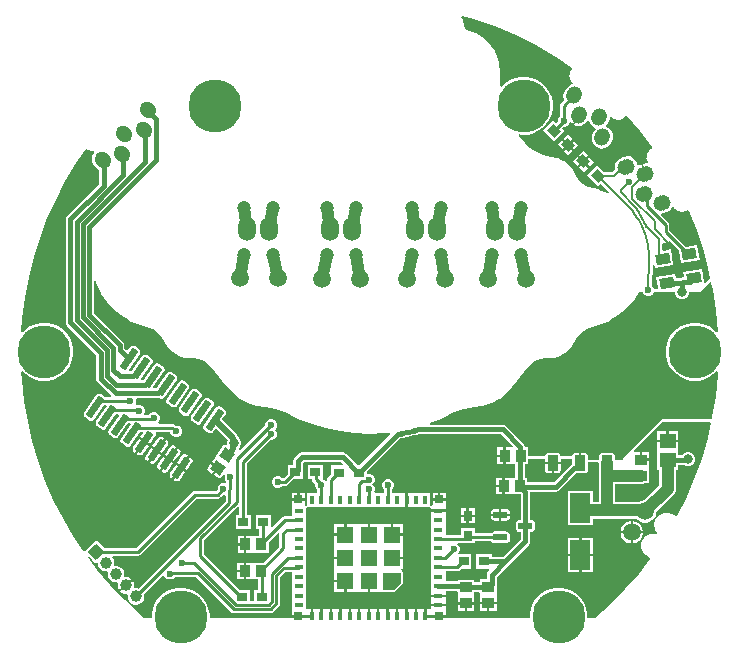
<source format=gtl>
G04*
G04 #@! TF.GenerationSoftware,Altium Limited,Altium Designer,22.7.1 (60)*
G04*
G04 Layer_Physical_Order=1*
G04 Layer_Color=255*
%FSLAX44Y44*%
%MOMM*%
G71*
G04*
G04 #@! TF.SameCoordinates,B1D2CE6E-9D4F-4FB7-BF96-633E019B2C5D*
G04*
G04*
G04 #@! TF.FilePolarity,Positive*
G04*
G01*
G75*
%ADD10O,1.5000X2.0000*%
%ADD11C,1.0000*%
%ADD12C,0.2000*%
%ADD13C,0.4000*%
G04:AMPARAMS|DCode=14|XSize=1mm|YSize=0.9mm|CornerRadius=0mm|HoleSize=0mm|Usage=FLASHONLY|Rotation=325.000|XOffset=0mm|YOffset=0mm|HoleType=Round|Shape=Rectangle|*
%AMROTATEDRECTD14*
4,1,4,-0.6677,-0.0818,-0.1515,0.6554,0.6677,0.0818,0.1515,-0.6554,-0.6677,-0.0818,0.0*
%
%ADD14ROTATEDRECTD14*%

%ADD15R,0.9000X0.8000*%
G04:AMPARAMS|DCode=16|XSize=0.9mm|YSize=0.8mm|CornerRadius=0mm|HoleSize=0mm|Usage=FLASHONLY|Rotation=135.000|XOffset=0mm|YOffset=0mm|HoleType=Round|Shape=Rectangle|*
%AMROTATEDRECTD16*
4,1,4,0.6010,-0.0354,0.0354,-0.6010,-0.6010,0.0354,-0.0354,0.6010,0.6010,-0.0354,0.0*
%
%ADD16ROTATEDRECTD16*%

G04:AMPARAMS|DCode=17|XSize=0.9mm|YSize=1.2mm|CornerRadius=0mm|HoleSize=0mm|Usage=FLASHONLY|Rotation=280.000|XOffset=0mm|YOffset=0mm|HoleType=Round|Shape=Rectangle|*
%AMROTATEDRECTD17*
4,1,4,-0.6690,0.3390,0.5127,0.5473,0.6690,-0.3390,-0.5127,-0.5473,-0.6690,0.3390,0.0*
%
%ADD17ROTATEDRECTD17*%

%ADD18R,1.4000X1.3000*%
%ADD19R,1.0000X0.9000*%
G04:AMPARAMS|DCode=20|XSize=0.93mm|YSize=1.31mm|CornerRadius=0.0698mm|HoleSize=0mm|Usage=FLASHONLY|Rotation=0.000|XOffset=0mm|YOffset=0mm|HoleType=Round|Shape=RoundedRectangle|*
%AMROUNDEDRECTD20*
21,1,0.9300,1.1705,0,0,0.0*
21,1,0.7905,1.3100,0,0,0.0*
1,1,0.1395,0.3953,-0.5853*
1,1,0.1395,-0.3953,-0.5853*
1,1,0.1395,-0.3953,0.5853*
1,1,0.1395,0.3953,0.5853*
%
%ADD20ROUNDEDRECTD20*%
G04:AMPARAMS|DCode=21|XSize=3.24mm|YSize=1.31mm|CornerRadius=0.0983mm|HoleSize=0mm|Usage=FLASHONLY|Rotation=0.000|XOffset=0mm|YOffset=0mm|HoleType=Round|Shape=RoundedRectangle|*
%AMROUNDEDRECTD21*
21,1,3.2400,1.1135,0,0,0.0*
21,1,3.0435,1.3100,0,0,0.0*
1,1,0.1965,1.5218,-0.5568*
1,1,0.1965,-1.5218,-0.5568*
1,1,0.1965,-1.5218,0.5568*
1,1,0.1965,1.5218,0.5568*
%
%ADD21ROUNDEDRECTD21*%
%ADD22R,0.9000X1.0000*%
%ADD23R,0.8000X0.9000*%
%ADD24R,1.7000X2.5000*%
G04:AMPARAMS|DCode=25|XSize=1.23mm|YSize=0.59mm|CornerRadius=0.1475mm|HoleSize=0mm|Usage=FLASHONLY|Rotation=0.000|XOffset=0mm|YOffset=0mm|HoleType=Round|Shape=RoundedRectangle|*
%AMROUNDEDRECTD25*
21,1,1.2300,0.2950,0,0,0.0*
21,1,0.9350,0.5900,0,0,0.0*
1,1,0.2950,0.4675,-0.1475*
1,1,0.2950,-0.4675,-0.1475*
1,1,0.2950,-0.4675,0.1475*
1,1,0.2950,0.4675,0.1475*
%
%ADD25ROUNDEDRECTD25*%
%ADD26R,0.7000X0.7000*%
%ADD27R,1.4500X1.4500*%
%ADD28R,0.6000X0.6000*%
%ADD29R,0.4000X0.8000*%
%ADD30R,0.8000X0.4000*%
G04:AMPARAMS|DCode=31|XSize=1.97mm|YSize=0.6mm|CornerRadius=0.075mm|HoleSize=0mm|Usage=FLASHONLY|Rotation=55.000|XOffset=0mm|YOffset=0mm|HoleType=Round|Shape=RoundedRectangle|*
%AMROUNDEDRECTD31*
21,1,1.9700,0.4500,0,0,55.0*
21,1,1.8200,0.6000,0,0,55.0*
1,1,0.1500,0.7063,0.6164*
1,1,0.1500,-0.3377,-0.8745*
1,1,0.1500,-0.7063,-0.6164*
1,1,0.1500,0.3377,0.8745*
%
%ADD31ROUNDEDRECTD31*%
%ADD32C,0.2500*%
%ADD33C,0.5000*%
%ADD34C,1.5000*%
%ADD35C,1.2000*%
G04:AMPARAMS|DCode=36|XSize=1.3mm|YSize=1.5mm|CornerRadius=0mm|HoleSize=0mm|Usage=FLASHONLY|Rotation=108.000|XOffset=0mm|YOffset=0mm|HoleType=Round|Shape=Round|*
%AMOVALD36*
21,1,0.2000,1.3000,0.0000,0.0000,198.0*
1,1,1.3000,0.0951,0.0309*
1,1,1.3000,-0.0951,-0.0309*
%
%ADD36OVALD36*%

%ADD37P,1.4142X4X357.0*%
%ADD38C,1.0000*%
%ADD39C,4.5000*%
G04:AMPARAMS|DCode=40|XSize=1.3mm|YSize=1.5mm|CornerRadius=0mm|HoleSize=0mm|Usage=FLASHONLY|Rotation=150.000|XOffset=0mm|YOffset=0mm|HoleType=Round|Shape=Round|*
%AMOVALD40*
21,1,0.2000,1.3000,0.0000,0.0000,240.0*
1,1,1.3000,0.0500,0.0866*
1,1,1.3000,-0.0500,-0.0866*
%
%ADD40OVALD40*%

G04:AMPARAMS|DCode=41|XSize=1.3mm|YSize=1.5mm|CornerRadius=0mm|HoleSize=0mm|Usage=FLASHONLY|Rotation=225.000|XOffset=0mm|YOffset=0mm|HoleType=Round|Shape=Round|*
%AMOVALD41*
21,1,0.2000,1.3000,0.0000,0.0000,315.0*
1,1,1.3000,-0.0707,0.0707*
1,1,1.3000,0.0707,-0.0707*
%
%ADD41OVALD41*%

%ADD42C,0.6000*%
%ADD43C,1.2700*%
%ADD44C,0.8000*%
G36*
X386193Y579935D02*
X404263Y573629D01*
X421886Y566166D01*
X438988Y557577D01*
X455500Y547899D01*
X469229Y538607D01*
X469421Y537352D01*
X468688Y536431D01*
X468625Y536310D01*
X468531Y536211D01*
X467962Y535317D01*
X467864Y535064D01*
X467722Y534833D01*
X467354Y533839D01*
X467312Y533571D01*
X467222Y533315D01*
X467072Y532266D01*
X467087Y531995D01*
X467053Y531726D01*
X467128Y530669D01*
X467199Y530407D01*
X467223Y530137D01*
X467519Y529119D01*
X467644Y528879D01*
X467724Y528619D01*
X468228Y527687D01*
X468401Y527478D01*
X468534Y527242D01*
X469223Y526437D01*
X469436Y526269D01*
X469616Y526066D01*
X469857Y525882D01*
X469504Y524555D01*
X469450Y524548D01*
X467382Y523691D01*
X465606Y522329D01*
X464244Y520553D01*
X463244Y518821D01*
X462387Y516754D01*
X462095Y514535D01*
X462387Y512316D01*
X462790Y511343D01*
X459935Y508487D01*
X459217Y507412D01*
X458965Y506144D01*
Y497354D01*
X458039Y496429D01*
X457278Y494591D01*
Y493283D01*
X455852Y491857D01*
X453599Y494110D01*
X445114Y485624D01*
X454306Y476432D01*
X462791Y484917D01*
X460538Y487170D01*
X461964Y488597D01*
X463273D01*
X465111Y489358D01*
X466517Y490764D01*
X467071Y492103D01*
X468435Y492387D01*
X468457Y492383D01*
X468882Y491829D01*
X470058Y490927D01*
X474795Y499133D01*
X476094Y498383D01*
X471357Y490177D01*
X472725Y489610D01*
X474944Y489318D01*
X477163Y489610D01*
X479231Y490467D01*
X481007Y491829D01*
X482369Y493605D01*
X482399Y493656D01*
X483530Y493492D01*
X483726Y493415D01*
X484561Y491399D01*
X485923Y489624D01*
X487699Y488261D01*
X488999Y487723D01*
X489194Y487217D01*
X489280Y486232D01*
X488113Y484712D01*
X487113Y482980D01*
X486257Y480912D01*
X485965Y478693D01*
X486257Y476474D01*
X487113Y474407D01*
X488476Y472631D01*
X490251Y471268D01*
X492319Y470412D01*
X494538Y470120D01*
X496757Y470412D01*
X498825Y471268D01*
X500600Y472631D01*
X501963Y474407D01*
X502963Y476138D01*
X503819Y478206D01*
X504111Y480425D01*
X503819Y482644D01*
X502963Y484712D01*
X501600Y486487D01*
X499824Y487850D01*
X498524Y488388D01*
X498329Y488894D01*
X498244Y489879D01*
X499410Y491399D01*
X500410Y493131D01*
X501267Y495199D01*
X501428Y496426D01*
X501820Y496659D01*
X502762Y496828D01*
X503261Y496317D01*
X503485Y496163D01*
X503677Y495972D01*
X504560Y495387D01*
X504812Y495284D01*
X505040Y495138D01*
X506027Y494752D01*
X506294Y494704D01*
X506548Y494609D01*
X507594Y494440D01*
X507865Y494450D01*
X508134Y494411D01*
X509192Y494466D01*
X509455Y494533D01*
X509726Y494551D01*
X510749Y494828D01*
X510992Y494949D01*
X511252Y495024D01*
X512194Y495510D01*
X512406Y495680D01*
X512645Y495808D01*
X513462Y496482D01*
X513549Y496588D01*
X513662Y496665D01*
X514485Y497505D01*
X515754Y497468D01*
X526804Y484802D01*
X536999Y471439D01*
X536781Y470188D01*
X535793Y469550D01*
X535695Y469455D01*
X535574Y469392D01*
X534750Y468726D01*
X534576Y468517D01*
X534368Y468343D01*
X533703Y467518D01*
X533577Y467278D01*
X533410Y467064D01*
X532934Y466117D01*
X532862Y465856D01*
X532743Y465611D01*
X532477Y464586D01*
X532462Y464315D01*
X532398Y464051D01*
X532354Y462993D01*
X532396Y462724D01*
X532389Y462453D01*
X532570Y461409D01*
X532667Y461156D01*
X532718Y460889D01*
X533114Y459907D01*
X533263Y459680D01*
X533368Y459430D01*
X533778Y458826D01*
X533439Y457965D01*
X533116Y457604D01*
X531942Y457696D01*
X529742Y457289D01*
X529504Y457211D01*
X532153Y449058D01*
X530727Y448594D01*
X528078Y456748D01*
X527840Y456671D01*
X526047Y455815D01*
X525232Y456045D01*
X524651Y456379D01*
X524408Y457689D01*
X523444Y459709D01*
X521991Y461411D01*
X520146Y462679D01*
X518037Y463426D01*
X515806Y463601D01*
X513605Y463193D01*
X511703Y462575D01*
X509683Y461612D01*
X507981Y460158D01*
X506713Y458314D01*
X505966Y456204D01*
X505790Y453973D01*
X506082Y452398D01*
X503993Y450309D01*
X496400D01*
X490620Y456089D01*
X482135Y447604D01*
X491327Y438411D01*
X493350Y440435D01*
X500525Y433260D01*
X499755Y432257D01*
X499588Y432314D01*
X499441Y432411D01*
X492083Y435416D01*
X491910Y435450D01*
X491751Y435526D01*
X484095Y437486D01*
X481014Y438391D01*
X478380Y439807D01*
X476094Y441735D01*
X474255Y444093D01*
X472824Y447018D01*
X472818Y447027D01*
X472815Y447037D01*
X470523Y451629D01*
X470348Y451854D01*
X470213Y452106D01*
X466960Y456075D01*
X466739Y456256D01*
X466553Y456472D01*
X462500Y459621D01*
X462245Y459749D01*
X462015Y459918D01*
X457365Y462090D01*
X457087Y462158D01*
X456826Y462271D01*
X451810Y463358D01*
X451797Y463358D01*
X451786Y463363D01*
X444643Y464840D01*
X438190Y467632D01*
X432438Y471677D01*
X427498Y476944D01*
X424172Y480921D01*
X424820Y482014D01*
X426008Y481777D01*
X430834D01*
X435567Y482719D01*
X440026Y484566D01*
X444039Y487247D01*
X447451Y490659D01*
X450133Y494672D01*
X451979Y499131D01*
X452921Y503864D01*
Y508690D01*
X451979Y513424D01*
X450133Y517882D01*
X447451Y521895D01*
X444039Y525308D01*
X440026Y527989D01*
X435567Y529836D01*
X430834Y530777D01*
X426008D01*
X421275Y529836D01*
X416816Y527989D01*
X412803Y525308D01*
X409740Y522244D01*
X408470Y522738D01*
Y535486D01*
X408446Y535605D01*
X408458Y535726D01*
X407870Y541932D01*
X407800Y542164D01*
X407779Y542405D01*
X406034Y548390D01*
X405922Y548605D01*
X405856Y548837D01*
X403016Y554387D01*
X402866Y554577D01*
X402757Y554793D01*
X398924Y559709D01*
X398741Y559868D01*
X398594Y560060D01*
X393905Y564167D01*
X393695Y564288D01*
X393514Y564449D01*
X388136Y567602D01*
X387908Y567681D01*
X387700Y567805D01*
X381855Y569880D01*
X380610Y570357D01*
X379739Y570960D01*
X379036Y571753D01*
X378542Y572689D01*
X378209Y574010D01*
X376896Y579267D01*
X376768Y579539D01*
X376683Y579828D01*
X375743Y581630D01*
X376542Y582617D01*
X386193Y579935D01*
D02*
G37*
G36*
X555774Y420507D02*
X555937Y420290D01*
X556059Y420048D01*
X556709Y419211D01*
X556915Y419034D01*
X557085Y418822D01*
X557897Y418142D01*
X558135Y418011D01*
X558346Y417841D01*
X559283Y417347D01*
X559543Y417270D01*
X559785Y417147D01*
X560806Y416862D01*
X561077Y416841D01*
X561339Y416772D01*
X562397Y416709D01*
X562665Y416746D01*
X562937Y416734D01*
X563984Y416895D01*
X564239Y416988D01*
X564506Y417033D01*
X565496Y417411D01*
X565612Y417484D01*
X565744Y417521D01*
X566795Y418057D01*
X567987Y417619D01*
X573991Y403215D01*
X579935Y386052D01*
X584814Y368556D01*
X586512Y360607D01*
X586315Y360077D01*
X586259Y359967D01*
X585875Y359425D01*
X585495Y359288D01*
X585284Y359246D01*
X585194Y359185D01*
X585090Y359153D01*
X584865Y358966D01*
X584622Y358804D01*
X582218Y356400D01*
X581007Y356782D01*
X579036Y367960D01*
X563279Y365182D01*
X563784Y362317D01*
X563394Y361166D01*
X561833Y360856D01*
X560925Y360248D01*
X557191D01*
X556536Y363960D01*
X540779Y361182D01*
X542438Y351772D01*
X541622Y350800D01*
X539050D01*
Y350966D01*
X538289Y352804D01*
X537197Y353896D01*
X537598Y371907D01*
X538871Y372004D01*
X539390Y369061D01*
X555147Y371839D01*
X552889Y384641D01*
X546815Y383570D01*
X545842Y384387D01*
Y389459D01*
X547024Y390173D01*
X547112Y390171D01*
X548213Y389952D01*
X549384Y390185D01*
X550376Y390848D01*
X550603Y391188D01*
X552154Y391433D01*
X560041Y383547D01*
X561890Y373060D01*
X577647Y375839D01*
X575389Y388641D01*
X565978Y386982D01*
X551815Y401145D01*
Y405557D01*
X551563Y406825D01*
X550845Y407900D01*
X544603Y414142D01*
X544934Y414860D01*
X545229Y415312D01*
X547334Y415702D01*
X549236Y416320D01*
X551256Y417284D01*
X552958Y418737D01*
X554226Y420582D01*
X554269Y420704D01*
X555643Y420779D01*
X555774Y420507D01*
D02*
G37*
G36*
X586425Y357223D02*
X587204Y356737D01*
X587370Y356536D01*
X587389Y356503D01*
X588608Y350794D01*
X591304Y332831D01*
X592870Y314976D01*
X592385Y314611D01*
X591628Y314422D01*
X589034Y317016D01*
X585021Y319697D01*
X580563Y321544D01*
X575829Y322486D01*
X571003D01*
X566270Y321544D01*
X561811Y319697D01*
X557798Y317016D01*
X554386Y313603D01*
X551704Y309591D01*
X549858Y305132D01*
X548916Y300399D01*
Y295573D01*
X549858Y290839D01*
X551704Y286381D01*
X554386Y282368D01*
X557798Y278955D01*
X561811Y276274D01*
X566270Y274427D01*
X571003Y273486D01*
X575829D01*
X580563Y274427D01*
X585021Y276274D01*
X589034Y278955D01*
X591555Y281477D01*
X592807Y280932D01*
X592718Y278429D01*
X590959Y260351D01*
X588093Y242415D01*
X587723Y240760D01*
X547164D01*
X546913Y240810D01*
X545963Y241761D01*
X512713Y208510D01*
Y206510D01*
X505566D01*
Y209913D01*
X505356Y210965D01*
X504760Y211858D01*
X503868Y212454D01*
X502815Y212663D01*
X494910D01*
X493858Y212454D01*
X492966Y211858D01*
X492369Y210965D01*
X492160Y209913D01*
Y206510D01*
X482666D01*
Y209913D01*
X482456Y210965D01*
X481860Y211858D01*
X480968Y212454D01*
X479915Y212663D01*
X476963D01*
Y204060D01*
X474963D01*
Y212663D01*
X472010D01*
X470958Y212454D01*
X470066Y211858D01*
X469469Y210965D01*
X469260Y209913D01*
Y209635D01*
X459766D01*
Y209913D01*
X459556Y210965D01*
X458960Y211858D01*
X458068Y212454D01*
X457015Y212663D01*
X449110D01*
X448058Y212454D01*
X447166Y211858D01*
X446569Y210965D01*
X446360Y209913D01*
Y209635D01*
X432213D01*
Y217010D01*
X429291D01*
Y217760D01*
X428981Y219321D01*
X428097Y220644D01*
X428097Y220644D01*
X413597Y235144D01*
X412274Y236028D01*
X410713Y236339D01*
X410713Y236339D01*
X349269D01*
X349028Y237609D01*
X358415Y241311D01*
X358506Y241369D01*
X358610Y241397D01*
X369513Y246788D01*
X377541Y250011D01*
X386172Y251257D01*
X393373Y252127D01*
X393606Y252203D01*
X393849Y252231D01*
X400783Y254464D01*
X400997Y254583D01*
X401230Y254657D01*
X407612Y258169D01*
X407799Y258327D01*
X408014Y258444D01*
X413610Y263107D01*
X413722Y263244D01*
X413864Y263349D01*
X422914Y273292D01*
X422970Y273384D01*
X423051Y273455D01*
X431178Y284042D01*
X434422Y287648D01*
X438257Y290264D01*
X442604Y291897D01*
X447342Y292467D01*
X448008Y292454D01*
X448135Y292477D01*
X448263Y292462D01*
X453727Y292906D01*
X454020Y292990D01*
X454322Y293027D01*
X459526Y294752D01*
X459790Y294902D01*
X460075Y295010D01*
X464723Y297917D01*
X464945Y298126D01*
X465196Y298298D01*
X469024Y302222D01*
X469190Y302477D01*
X469393Y302704D01*
X472183Y307423D01*
X472184Y307425D01*
X472186Y307427D01*
X474649Y311610D01*
X477808Y314889D01*
X481645Y317343D01*
X486171Y318914D01*
X493738Y321134D01*
X493894Y321216D01*
X494066Y321255D01*
X501315Y324514D01*
X501459Y324616D01*
X501623Y324678D01*
X508359Y328898D01*
X508487Y329018D01*
X508641Y329103D01*
X514737Y334203D01*
X514847Y334341D01*
X514989Y334445D01*
X520330Y340331D01*
X520420Y340482D01*
X520546Y340605D01*
X525033Y347166D01*
X525102Y347328D01*
X525210Y347467D01*
X525854Y348760D01*
X529140D01*
X529811Y347139D01*
X531218Y345733D01*
X533056Y344972D01*
X535045D01*
X536883Y345733D01*
X538289Y347139D01*
X538960Y348760D01*
X542969D01*
X543036Y348380D01*
X545197Y348760D01*
X556713D01*
Y347317D01*
X557626Y345112D01*
X559314Y343424D01*
X561520Y342510D01*
X563906D01*
X566112Y343424D01*
X567799Y345112D01*
X568713Y347317D01*
Y348760D01*
X577463D01*
X583660Y354958D01*
X585922Y357220D01*
X585998Y357271D01*
X586425Y357223D01*
D02*
G37*
G36*
X59838Y469258D02*
X59959Y469195D01*
X60058Y469100D01*
X60951Y468529D01*
X61203Y468431D01*
X61434Y468288D01*
X62427Y467919D01*
X62695Y467875D01*
X62951Y467785D01*
X64000Y467633D01*
X64271Y467647D01*
X64294Y467644D01*
X64720Y467013D01*
X64914Y466365D01*
X64136Y465352D01*
X63280Y463284D01*
X62988Y461065D01*
X63280Y458846D01*
X64136Y456778D01*
X65499Y455003D01*
X66913Y453589D01*
X68689Y452226D01*
X68897Y452140D01*
Y440268D01*
X41796Y413167D01*
X40912Y411844D01*
X40602Y410283D01*
X40602Y410283D01*
Y323044D01*
X40602Y323044D01*
X40912Y321483D01*
X41796Y320160D01*
X66385Y295571D01*
Y275411D01*
X66385Y275411D01*
X66695Y273850D01*
X67579Y272527D01*
X79331Y260776D01*
X78804Y259506D01*
X74186D01*
X70590Y262024D01*
X69589Y262464D01*
X68495Y262488D01*
X67476Y262092D01*
X66685Y261335D01*
X56246Y246426D01*
X55806Y245425D01*
X55782Y244331D01*
X56178Y243312D01*
X56935Y242521D01*
X60621Y239940D01*
X61622Y239500D01*
X62716Y239476D01*
X63736Y239872D01*
X64526Y240629D01*
X73103Y252879D01*
X74893D01*
X75479Y251752D01*
X66649Y239142D01*
X66209Y238141D01*
X66185Y237047D01*
X66582Y236027D01*
X67338Y235237D01*
X71024Y232656D01*
X72025Y232215D01*
X73119Y232191D01*
X74139Y232588D01*
X74929Y233344D01*
X83156Y245094D01*
X84946D01*
X85532Y243968D01*
X77053Y231858D01*
X76612Y230856D01*
X76588Y229762D01*
X76985Y228743D01*
X77741Y227953D01*
X81427Y225371D01*
X82429Y224931D01*
X83523Y224907D01*
X84542Y225303D01*
X85332Y226060D01*
X93560Y237810D01*
X95349D01*
X95935Y236683D01*
X87456Y224573D01*
X87015Y223572D01*
X86991Y222478D01*
X87388Y221458D01*
X88145Y220668D01*
X91831Y218087D01*
X92832Y217646D01*
X93926Y217623D01*
X94945Y218019D01*
X95736Y218776D01*
X103963Y230525D01*
X105752D01*
X106339Y229399D01*
X103652Y225562D01*
X107792Y222663D01*
X111932Y219765D01*
X116578Y226400D01*
X117019Y227401D01*
X117042Y228495D01*
X116747Y229255D01*
X117132Y230137D01*
X117436Y230525D01*
X129193D01*
Y229573D01*
X129955Y227735D01*
X131361Y226329D01*
X133199Y225567D01*
X135188D01*
X137026Y226329D01*
X138432Y227735D01*
X139193Y229573D01*
Y231562D01*
X138432Y233400D01*
X137026Y234806D01*
X135188Y235567D01*
X133937D01*
X133322Y236182D01*
X132247Y236901D01*
X130979Y237153D01*
X119472D01*
X118946Y238423D01*
X119452Y238928D01*
X120213Y240766D01*
Y242755D01*
X119452Y244593D01*
X118045Y245999D01*
X116208Y246760D01*
X114218D01*
X112381Y245999D01*
X110974Y244593D01*
X110910Y244437D01*
X107514D01*
X106905Y245707D01*
X107511Y247170D01*
Y249159D01*
X106750Y250997D01*
X105344Y252403D01*
X103506Y253165D01*
X101517D01*
X100978Y252942D01*
X100006Y253914D01*
X100463Y255016D01*
Y257005D01*
X100191Y257662D01*
X101039Y258932D01*
X118374D01*
X118375Y258932D01*
X119483Y259153D01*
X120223Y258635D01*
X121224Y258195D01*
X122318Y258171D01*
X123337Y258567D01*
X124128Y259324D01*
X134567Y274232D01*
X135007Y275233D01*
X135031Y276327D01*
X134635Y277347D01*
X133878Y278137D01*
X130192Y280718D01*
X129191Y281159D01*
X128097Y281183D01*
X127077Y280786D01*
X126287Y280030D01*
X118488Y268892D01*
X116685Y267089D01*
X115436D01*
X114850Y268215D01*
X124164Y281517D01*
X124604Y282518D01*
X124628Y283612D01*
X124232Y284631D01*
X123475Y285422D01*
X119789Y288003D01*
X118787Y288443D01*
X117694Y288467D01*
X116674Y288071D01*
X115884Y287314D01*
X108085Y276176D01*
X106011Y274102D01*
X104834Y274198D01*
X104293Y275280D01*
X113760Y288801D01*
X114201Y289802D01*
X114225Y290896D01*
X113828Y291916D01*
X113072Y292706D01*
X109386Y295287D01*
X108384Y295728D01*
X107290Y295752D01*
X106271Y295355D01*
X105480Y294599D01*
X97682Y283461D01*
X95582Y281361D01*
X94421Y281457D01*
X93877Y282547D01*
X103357Y296085D01*
X103798Y297087D01*
X103822Y298181D01*
X103425Y299200D01*
X102669Y299991D01*
X98982Y302572D01*
X97981Y303012D01*
X96887Y303036D01*
X95868Y302640D01*
X95077Y301883D01*
X93311Y299360D01*
X92046Y299250D01*
X90291Y301004D01*
Y303784D01*
X89981Y305345D01*
X89097Y306668D01*
X89097Y306668D01*
X64508Y331257D01*
Y358222D01*
X65761Y358427D01*
X66951Y354902D01*
X67039Y354749D01*
X67085Y354580D01*
X70632Y347467D01*
X70740Y347328D01*
X70809Y347166D01*
X75296Y340605D01*
X75422Y340482D01*
X75512Y340331D01*
X80853Y334445D01*
X80995Y334341D01*
X81105Y334203D01*
X87201Y329103D01*
X87355Y329018D01*
X87483Y328898D01*
X94219Y324678D01*
X94383Y324616D01*
X94527Y324514D01*
X101776Y321255D01*
X101948Y321216D01*
X102104Y321134D01*
X109670Y318915D01*
X114198Y317343D01*
X118034Y314889D01*
X121193Y311610D01*
X123656Y307427D01*
X123658Y307425D01*
X123659Y307423D01*
X126449Y302704D01*
X126652Y302477D01*
X126818Y302222D01*
X130646Y298298D01*
X130897Y298126D01*
X131119Y297917D01*
X135767Y295010D01*
X136052Y294902D01*
X136316Y294752D01*
X141520Y293027D01*
X141822Y292990D01*
X142115Y292906D01*
X147579Y292462D01*
X147707Y292477D01*
X147834Y292454D01*
X148500Y292467D01*
X153238Y291897D01*
X157585Y290264D01*
X161420Y287648D01*
X164664Y284041D01*
X172791Y273455D01*
X172872Y273384D01*
X172928Y273292D01*
X181978Y263349D01*
X182120Y263244D01*
X182232Y263107D01*
X187828Y258444D01*
X188043Y258327D01*
X188230Y258169D01*
X194612Y254657D01*
X194845Y254583D01*
X195059Y254464D01*
X201992Y252231D01*
X202236Y252203D01*
X202469Y252127D01*
X209670Y251257D01*
X218301Y250011D01*
X226329Y246788D01*
X237232Y241397D01*
X237336Y241369D01*
X237427Y241311D01*
X248833Y236813D01*
X248939Y236793D01*
X249034Y236743D01*
X260776Y233211D01*
X260883Y233201D01*
X260982Y233158D01*
X272977Y230618D01*
X273085Y230617D01*
X273187Y230583D01*
X285352Y229051D01*
X285459Y229059D01*
X285564Y229034D01*
X297815Y228522D01*
X297921Y228538D01*
X298027Y228522D01*
X310278Y229034D01*
X310383Y229059D01*
X310490Y229051D01*
X315406Y229670D01*
X315964Y228529D01*
X289195Y201760D01*
X288231D01*
X278347Y211644D01*
X277024Y212528D01*
X275463Y212839D01*
X275463Y212839D01*
X240463D01*
X240463Y212839D01*
X238902Y212528D01*
X237579Y211644D01*
X237579Y211644D01*
X234579Y208644D01*
X233695Y207321D01*
X233385Y205760D01*
X233385Y205760D01*
Y202260D01*
X228463D01*
Y194947D01*
X225050Y191534D01*
X223511D01*
X223045Y191999D01*
X221208Y192760D01*
X219218D01*
X217381Y191999D01*
X215974Y190593D01*
X215213Y188755D01*
Y186766D01*
X215974Y184928D01*
X217381Y183522D01*
X219218Y182760D01*
X221208D01*
X223045Y183522D01*
X223970Y184447D01*
X225963D01*
X227231Y184699D01*
X228306Y185417D01*
X233149Y190261D01*
X241463D01*
Y197866D01*
X241541Y198260D01*
X241541Y198261D01*
Y204071D01*
X242152Y204682D01*
X273774D01*
X275522Y202934D01*
X275036Y201760D01*
X265463D01*
Y194447D01*
X262870Y191854D01*
X262152Y190779D01*
X261899Y189510D01*
Y188871D01*
X260629Y188415D01*
X259545Y189499D01*
X259436Y189544D01*
X258463Y190261D01*
Y202260D01*
X245463D01*
Y190261D01*
X249328D01*
Y189975D01*
X249580Y188707D01*
X250298Y187632D01*
X251713Y186217D01*
Y184266D01*
X252474Y182428D01*
X253649Y181253D01*
Y179600D01*
X253213Y178510D01*
X251943Y178510D01*
X245213D01*
Y168162D01*
X244213Y167511D01*
X243213Y168162D01*
X243213Y168780D01*
Y172010D01*
X237713D01*
X232213D01*
Y168780D01*
X232213Y167511D01*
X232213Y166240D01*
Y158824D01*
X226213D01*
X224945Y158572D01*
X223870Y157854D01*
X215636Y149620D01*
X214463Y150106D01*
Y160260D01*
X201463D01*
Y148260D01*
X204649D01*
Y142010D01*
X200483D01*
X199713Y142010D01*
X198443Y142010D01*
X193713D01*
Y135010D01*
Y128011D01*
X198443D01*
X199213Y128010D01*
X200483Y128011D01*
X212713D01*
Y137324D01*
X220217Y144829D01*
X221297Y144310D01*
X221399Y144214D01*
Y133133D01*
X207527Y119260D01*
X199983D01*
X199213Y119260D01*
X197943Y119260D01*
X193213D01*
Y112260D01*
Y105260D01*
X197943D01*
X198713Y105260D01*
X199983Y105260D01*
X203649D01*
Y96510D01*
X200463D01*
Y87324D01*
X196463D01*
Y96510D01*
X188149D01*
X158027Y126633D01*
Y138713D01*
X186476Y167162D01*
X187649Y166676D01*
Y160260D01*
X184463D01*
Y148260D01*
X197463D01*
Y160260D01*
X194277D01*
Y203388D01*
X213899Y223011D01*
X215208D01*
X217045Y223772D01*
X218452Y225178D01*
X219213Y227016D01*
Y229005D01*
X218452Y230843D01*
X217659Y231635D01*
X218952Y232928D01*
X219713Y234766D01*
Y236755D01*
X218952Y238593D01*
X217545Y239999D01*
X215707Y240760D01*
X213718D01*
X211881Y239999D01*
X210474Y238593D01*
X209713Y236755D01*
Y235975D01*
X188635Y214897D01*
X187447Y215459D01*
X187366Y216428D01*
X188300Y217362D01*
X189213Y219567D01*
Y221954D01*
X188300Y224159D01*
X187100Y225359D01*
X186878Y226476D01*
X185883Y227965D01*
X173121Y240727D01*
X176180Y245095D01*
X176620Y246096D01*
X176644Y247190D01*
X176248Y248209D01*
X175491Y249000D01*
X171805Y251581D01*
X170804Y252021D01*
X169710Y252045D01*
X168690Y251649D01*
X167900Y250892D01*
X157461Y235984D01*
X157020Y234982D01*
X156996Y233888D01*
X157393Y232869D01*
X158149Y232078D01*
X161836Y229497D01*
X162837Y229057D01*
X163931Y229033D01*
X164950Y229429D01*
X165741Y230186D01*
X167210Y232285D01*
X168475Y232395D01*
X177712Y223159D01*
X177213Y221954D01*
Y219935D01*
X176114Y219154D01*
X175079Y219879D01*
X168064Y209861D01*
X167335Y208821D01*
X166894Y208190D01*
X164181Y204315D01*
X169915Y200300D01*
X169341Y199481D01*
X170160Y198908D01*
X166432Y193583D01*
X171347Y190142D01*
X174096Y194068D01*
X175217Y193454D01*
X175104Y193181D01*
Y191192D01*
X175865Y189354D01*
X176653Y188566D01*
X176606Y187309D01*
X175537Y186623D01*
X175206Y186761D01*
X173217D01*
X171379Y185999D01*
X169973Y184593D01*
X169212Y182755D01*
Y181493D01*
X168043Y180324D01*
X149963D01*
X148695Y180072D01*
X147620Y179354D01*
X100216Y131950D01*
X72653D01*
X66735Y138522D01*
X56783Y129561D01*
X55239Y129591D01*
X46911Y142160D01*
X38124Y157297D01*
X30248Y172929D01*
X23312Y189000D01*
X17341Y205453D01*
X12353Y222230D01*
X8368Y239274D01*
X5400Y256523D01*
X3458Y273918D01*
X3097Y280871D01*
X4339Y281424D01*
X6808Y278955D01*
X10821Y276274D01*
X15280Y274427D01*
X20013Y273486D01*
X24839D01*
X29572Y274427D01*
X34031Y276274D01*
X38044Y278955D01*
X41456Y282368D01*
X44138Y286381D01*
X45984Y290839D01*
X46926Y295573D01*
Y300399D01*
X45984Y305132D01*
X44138Y309591D01*
X41456Y313603D01*
X38044Y317016D01*
X34031Y319697D01*
X29572Y321544D01*
X24839Y322486D01*
X20013D01*
X15280Y321544D01*
X10821Y319697D01*
X6808Y317016D01*
X4326Y314534D01*
X3091Y315095D01*
X3842Y326365D01*
X6039Y343730D01*
X9260Y360935D01*
X13494Y377918D01*
X18727Y394621D01*
X24939Y410984D01*
X32110Y426951D01*
X40213Y442465D01*
X49221Y457473D01*
X57658Y469809D01*
X58914Y469997D01*
X59838Y469258D01*
D02*
G37*
G36*
X469260Y202883D02*
X468529Y202394D01*
X453974Y187839D01*
X431463D01*
Y191260D01*
X429416D01*
Y203011D01*
X432213D01*
Y207596D01*
X446360D01*
Y205060D01*
X459766D01*
Y207596D01*
X469260D01*
Y202883D01*
D02*
G37*
G36*
X546183Y238876D02*
X546963Y238721D01*
X586251D01*
X587045Y237730D01*
X584130Y224690D01*
X579085Y207241D01*
X572977Y190135D01*
X565831Y173438D01*
X558556Y158970D01*
X557343Y158592D01*
X553759Y160558D01*
X553605Y160607D01*
X553469Y160694D01*
X551725Y161384D01*
X551410Y161441D01*
X551107Y161542D01*
X549246Y161777D01*
X548958Y161756D01*
X548671Y161784D01*
X547176Y161633D01*
X546930Y161558D01*
X546675Y161531D01*
X545239Y161085D01*
X545014Y160962D01*
X544768Y160885D01*
X543451Y160161D01*
X543254Y159996D01*
X543030Y159872D01*
X541883Y158900D01*
X541723Y158699D01*
X541528Y158532D01*
X540598Y157350D01*
X540481Y157121D01*
X540324Y156919D01*
X539648Y155576D01*
X539580Y155328D01*
X539465Y155098D01*
X539071Y153647D01*
X539054Y153392D01*
X538988Y153144D01*
X538891Y151643D01*
X538925Y151389D01*
X538909Y151132D01*
X539114Y149643D01*
X539198Y149400D01*
X539234Y149146D01*
X539732Y147727D01*
X539862Y147506D01*
X539949Y147264D01*
X540719Y145974D01*
X540891Y145783D01*
X541024Y145563D01*
X541601Y144930D01*
X540695Y143497D01*
X538208Y143996D01*
X537823Y143996D01*
X537440Y144031D01*
X535880Y143867D01*
X535624Y143788D01*
X535358Y143756D01*
X533866Y143271D01*
X533632Y143140D01*
X533379Y143054D01*
X532020Y142268D01*
X531819Y142092D01*
X531589Y141954D01*
X530424Y140904D01*
X530263Y140689D01*
X530067Y140507D01*
X529146Y139237D01*
X529034Y138993D01*
X528880Y138774D01*
X528243Y137340D01*
X528185Y137079D01*
X528079Y136833D01*
X527755Y135297D01*
X527752Y135030D01*
X527700Y134767D01*
X527703Y133198D01*
X527756Y132935D01*
X527760Y132667D01*
X528089Y131133D01*
X528195Y130887D01*
X528255Y130626D01*
X528896Y129194D01*
X529051Y128976D01*
X529164Y128733D01*
X530089Y127466D01*
X530286Y127284D01*
X530447Y127070D01*
X531615Y126023D01*
X531731Y125955D01*
X531823Y125856D01*
X535139Y123461D01*
X535319Y122203D01*
X525791Y109935D01*
X514255Y96771D01*
X501960Y84313D01*
X488948Y72605D01*
X488830Y72510D01*
X482421D01*
Y76128D01*
X481479Y80861D01*
X479633Y85320D01*
X476951Y89332D01*
X473539Y92745D01*
X469526Y95426D01*
X465067Y97273D01*
X460334Y98215D01*
X455508D01*
X450775Y97273D01*
X446316Y95426D01*
X442303Y92745D01*
X438891Y89332D01*
X436209Y85320D01*
X434362Y80861D01*
X433421Y76128D01*
Y72510D01*
X362213D01*
Y73010D01*
X356713D01*
Y75010D01*
X362213D01*
X362213Y79510D01*
X362213Y80780D01*
Y82510D01*
X356213D01*
X350213D01*
Y81162D01*
X349213Y80511D01*
X348943Y80510D01*
X346213D01*
Y74510D01*
X344213D01*
Y80510D01*
X342483D01*
X341213Y80511D01*
Y80511D01*
X341213D01*
Y80510D01*
X338213D01*
Y74510D01*
X336213D01*
Y80510D01*
X330213D01*
Y74510D01*
X328213D01*
Y80510D01*
X326483D01*
X325213Y80511D01*
Y80511D01*
X325213D01*
Y80510D01*
X322213D01*
Y74510D01*
X320213D01*
Y80510D01*
X318483D01*
X317213Y80511D01*
Y80511D01*
X317213D01*
Y80510D01*
X314213D01*
Y74510D01*
X312213D01*
Y80510D01*
X306213D01*
Y74510D01*
X304213D01*
Y80510D01*
X302483D01*
X301213Y80511D01*
Y80511D01*
X301213D01*
Y80510D01*
X298213D01*
Y74510D01*
X296213D01*
Y80510D01*
X294483D01*
X293213Y80511D01*
Y80511D01*
X293213D01*
Y80510D01*
X290213D01*
Y74510D01*
X288213D01*
Y80510D01*
X282213D01*
Y74510D01*
X280213D01*
Y80510D01*
X278483D01*
X277213Y80511D01*
Y80511D01*
X277213D01*
Y80510D01*
X274213D01*
Y74510D01*
X272213D01*
Y80510D01*
X270483D01*
X269213Y80511D01*
Y80511D01*
X269213D01*
Y80510D01*
X266213D01*
Y74510D01*
X264213D01*
Y80510D01*
X258213D01*
Y74510D01*
X256213D01*
Y80510D01*
X254483D01*
X253213Y80511D01*
Y80511D01*
X253213D01*
Y80510D01*
X250213D01*
Y74510D01*
X248213D01*
Y80510D01*
X245483D01*
X245213Y80511D01*
X244213Y81162D01*
X244213Y87510D01*
X244213Y88780D01*
Y95511D01*
Y102240D01*
X244213Y103510D01*
X244213Y104781D01*
Y111510D01*
Y118240D01*
X244213Y119510D01*
X244213D01*
Y119510D01*
X244213D01*
X244213Y127510D01*
X244213Y128780D01*
Y135510D01*
Y142240D01*
X244213Y143510D01*
X244213Y144781D01*
X244213Y151510D01*
X244213Y152781D01*
Y159510D01*
Y165859D01*
X245213Y166510D01*
X245483Y166511D01*
X251943D01*
X253213Y166510D01*
X254483Y166511D01*
X267943D01*
X269213Y166510D01*
X270483Y166511D01*
X277213Y166510D01*
X278483Y166511D01*
X291943D01*
X293213Y166510D01*
Y166510D01*
X293213D01*
Y166511D01*
X301213Y166510D01*
X302483Y166511D01*
X315943D01*
X317213Y166510D01*
X318483Y166511D01*
X325213Y166510D01*
X326483Y166511D01*
X328213D01*
Y172510D01*
Y178510D01*
X326483D01*
X325213Y178510D01*
X323943Y178510D01*
X317213Y178510D01*
X316527Y179496D01*
Y181253D01*
X317702Y182428D01*
X318463Y184266D01*
Y186255D01*
X317702Y188093D01*
X316295Y189499D01*
X314457Y190260D01*
X312468D01*
X310631Y189499D01*
X309224Y188093D01*
X308463Y186255D01*
Y184266D01*
X309224Y182428D01*
X309899Y181753D01*
Y178510D01*
X302653D01*
X301805Y179781D01*
X302213Y180766D01*
Y182755D01*
X301452Y184593D01*
X300315Y185729D01*
X301372Y186786D01*
X302134Y188624D01*
Y190613D01*
X301372Y192450D01*
X299966Y193857D01*
X298128Y194618D01*
X296139D01*
X295463Y195070D01*
Y196493D01*
X323591Y224621D01*
X323653Y224622D01*
X323764Y224645D01*
X324938Y224793D01*
X325455Y224965D01*
X325989Y225072D01*
X326088Y225137D01*
X335648Y227162D01*
X335752Y227206D01*
X336169Y227246D01*
X336460Y227334D01*
X337415Y227536D01*
X337762Y227685D01*
X338131Y227758D01*
X338344Y227901D01*
X339279Y228182D01*
X409024D01*
X419075Y218130D01*
X418399Y217010D01*
X417943Y217010D01*
X413213D01*
Y210011D01*
Y203011D01*
X417943D01*
X418713Y203010D01*
X419983Y203011D01*
X421260D01*
Y192159D01*
X420362Y191260D01*
X418463Y191261D01*
X417193Y191260D01*
X412463D01*
Y184260D01*
Y177260D01*
X417193D01*
X417963Y177260D01*
X419233Y177260D01*
X425695D01*
X425735Y177221D01*
Y155528D01*
X425138D01*
X423782Y155259D01*
X422633Y154491D01*
X421865Y153341D01*
X421595Y151985D01*
Y149035D01*
X421865Y147680D01*
X422633Y146530D01*
X423782Y145762D01*
X425138Y145492D01*
X425735D01*
Y139300D01*
X411024Y124589D01*
X401213D01*
Y126510D01*
X388213D01*
Y114510D01*
X399286D01*
X399772Y113337D01*
X398579Y112144D01*
X397695Y110821D01*
X397384Y109260D01*
X397385Y109260D01*
Y105260D01*
X391463D01*
Y102714D01*
X386463D01*
Y105010D01*
X372463D01*
Y103589D01*
X362213D01*
Y112197D01*
X372213D01*
X373481Y112449D01*
X374556Y113167D01*
X375899Y114510D01*
X384213D01*
Y126510D01*
X373580D01*
X373054Y127780D01*
X373452Y128178D01*
X374213Y130016D01*
Y132005D01*
X373452Y133843D01*
X372368Y134927D01*
X372824Y136197D01*
X374963D01*
Y135760D01*
X386963D01*
Y137697D01*
X400987D01*
X401433Y137030D01*
X402582Y136262D01*
X403938Y135992D01*
X413288D01*
X414644Y136262D01*
X415793Y137030D01*
X416561Y138180D01*
X416831Y139535D01*
Y142485D01*
X416561Y143841D01*
X415793Y144991D01*
X414644Y145759D01*
X413288Y146028D01*
X403938D01*
X402582Y145759D01*
X401433Y144991D01*
X400987Y144324D01*
X386963D01*
Y148760D01*
X374963D01*
Y142824D01*
X363199D01*
X362213Y143511D01*
X362213Y144781D01*
X362213Y151510D01*
X362213Y152781D01*
Y159510D01*
Y162510D01*
X356213D01*
X350213D01*
Y159510D01*
X350213Y151510D01*
X350213Y150240D01*
X350213Y143511D01*
X350213Y142240D01*
Y135510D01*
Y127510D01*
X350213D01*
X350213Y126241D01*
Y120780D01*
X350213Y119510D01*
X350213D01*
Y119510D01*
X350213D01*
Y111510D01*
Y103511D01*
X350213D01*
X350213Y102240D01*
Y95511D01*
Y92510D01*
X356213D01*
X362213D01*
Y95432D01*
X371565D01*
X372463Y94534D01*
X372463Y92010D01*
X372463Y90740D01*
Y86010D01*
X379463D01*
X386463D01*
Y90740D01*
X386463Y91510D01*
X386463Y92781D01*
Y94557D01*
X390565D01*
X391463Y93659D01*
X391463Y92260D01*
X391463Y90990D01*
Y86260D01*
X398463D01*
X405463D01*
Y90990D01*
X405463Y91760D01*
X405463Y93030D01*
Y100866D01*
X405541Y101260D01*
Y107571D01*
X415597Y117626D01*
X415597Y117627D01*
X432697Y134727D01*
X433581Y136050D01*
X433891Y137611D01*
X433891Y137611D01*
Y145492D01*
X434488D01*
X435844Y145762D01*
X436993Y146530D01*
X437761Y147680D01*
X438031Y149035D01*
Y151985D01*
X437761Y153341D01*
X436993Y154491D01*
X435844Y155259D01*
X434488Y155528D01*
X433891D01*
Y178910D01*
X434525Y179682D01*
X455663D01*
X455663Y179682D01*
X457224Y179993D01*
X458547Y180877D01*
X473102Y195432D01*
X473313D01*
X473313Y195432D01*
X473441Y195458D01*
X479915D01*
X480968Y195667D01*
X481860Y196263D01*
X482456Y197155D01*
X482666Y198208D01*
Y204471D01*
X491442D01*
X491802Y204060D01*
Y193510D01*
Y170987D01*
X486963D01*
Y180260D01*
X465963D01*
Y151260D01*
X486963D01*
Y156867D01*
X523842D01*
X525340Y155369D01*
X527506Y154118D01*
X529922Y153470D01*
X532424D01*
X534840Y154118D01*
X537006Y155369D01*
X538775Y157137D01*
X540025Y159304D01*
X540673Y161720D01*
Y162486D01*
X555205Y177018D01*
X556327Y178480D01*
X557033Y180183D01*
X557273Y182010D01*
Y197761D01*
X559213D01*
Y202182D01*
X563806D01*
X564064Y201924D01*
X566269Y201010D01*
X568656D01*
X570862Y201924D01*
X572550Y203612D01*
X573463Y205817D01*
Y208204D01*
X572550Y210409D01*
X570862Y212097D01*
X568656Y213010D01*
X566269D01*
X564064Y212097D01*
X562376Y210409D01*
X562347Y210339D01*
X559213D01*
Y213761D01*
Y221260D01*
X541213D01*
Y213761D01*
Y197761D01*
X543153D01*
Y184935D01*
X530688Y172470D01*
X529922D01*
X527506Y171823D01*
X526059Y170987D01*
X505923D01*
Y186200D01*
X527713D01*
X529540Y186441D01*
X530312Y186761D01*
X534713D01*
Y192802D01*
X534773Y193260D01*
X534713Y193719D01*
Y198990D01*
X534713Y199760D01*
X534713D01*
Y200261D01*
X534713D01*
Y205760D01*
X527713D01*
Y206760D01*
X526713D01*
Y213260D01*
X522143D01*
X521617Y214530D01*
X546051Y238965D01*
X546183Y238876D01*
D02*
G37*
G36*
X176187Y176063D02*
X176013Y171375D01*
X102227Y97589D01*
X101496Y97827D01*
X99655Y97923D01*
X99433Y97876D01*
X98583Y98820D01*
X98653Y99036D01*
X98750Y100876D01*
X98366Y102679D01*
X97529Y104321D01*
X97415Y104449D01*
X92213Y99765D01*
X87011Y95081D01*
X87126Y94954D01*
X88671Y93950D01*
X90424Y93380D01*
X92265Y93284D01*
X92487Y93331D01*
X93337Y92387D01*
X93267Y92171D01*
X93170Y90331D01*
X93553Y88528D01*
X94390Y86885D01*
X95624Y85516D01*
X97169Y84512D01*
X98922Y83942D01*
X100763Y83846D01*
X102566Y84229D01*
X104208Y85066D01*
X105578Y86299D01*
X106581Y87845D01*
X107151Y89598D01*
X107247Y91439D01*
X106932Y92922D01*
X122790Y108779D01*
X124288Y108481D01*
X124724Y107428D01*
X126131Y106022D01*
X127968Y105260D01*
X129958D01*
X131795Y106022D01*
X132970Y107197D01*
X151251D01*
X180531Y77917D01*
X181606Y77199D01*
X182874Y76947D01*
X214052D01*
X215320Y77199D01*
X216395Y77917D01*
X221449Y82971D01*
X222167Y84046D01*
X222419Y85314D01*
Y107281D01*
X227085Y111947D01*
X232213D01*
X232213Y103511D01*
X232213Y102240D01*
Y95511D01*
X232213Y87510D01*
X232213Y86240D01*
X232213Y79510D01*
X232213Y78240D01*
Y75010D01*
X237713D01*
Y73010D01*
X232213D01*
Y72510D01*
X162421D01*
Y76128D01*
X161479Y80861D01*
X159633Y85320D01*
X156951Y89332D01*
X153539Y92745D01*
X149526Y95426D01*
X145067Y97273D01*
X140334Y98215D01*
X135508D01*
X130775Y97273D01*
X126316Y95426D01*
X122303Y92745D01*
X118891Y89332D01*
X116209Y85320D01*
X114362Y80861D01*
X113421Y76128D01*
Y72510D01*
X107169D01*
X103339Y75667D01*
X90515Y87580D01*
X78419Y100232D01*
X67094Y113577D01*
X59250Y124015D01*
X60231Y124823D01*
X65699Y118750D01*
X66445Y119423D01*
X67686Y118831D01*
X67676Y118644D01*
X68060Y116841D01*
X68896Y115199D01*
X70130Y113830D01*
X71675Y112826D01*
X73428Y112256D01*
X75269Y112160D01*
X75491Y112207D01*
X76341Y111263D01*
X76271Y111047D01*
X76174Y109206D01*
X76557Y107404D01*
X77394Y105761D01*
X78628Y104392D01*
X80173Y103388D01*
X81926Y102818D01*
X83767Y102722D01*
X83989Y102769D01*
X84839Y101825D01*
X84769Y101609D01*
X84672Y99768D01*
X85056Y97966D01*
X85892Y96323D01*
X86007Y96196D01*
X91209Y100880D01*
X96411Y105564D01*
X96296Y105691D01*
X94750Y106695D01*
X92998Y107265D01*
X91157Y107361D01*
X90935Y107314D01*
X90085Y108258D01*
X90155Y108474D01*
X90252Y110314D01*
X89868Y112117D01*
X89032Y113759D01*
X87798Y115129D01*
X86252Y116133D01*
X84500Y116703D01*
X82659Y116799D01*
X82437Y116752D01*
X81587Y117696D01*
X81657Y117912D01*
X81754Y119752D01*
X81370Y121555D01*
X80534Y123197D01*
X79764Y124053D01*
X80329Y125323D01*
X101589D01*
X102857Y125575D01*
X103932Y126293D01*
X151335Y173697D01*
X169416D01*
X170684Y173949D01*
X171759Y174667D01*
X173852Y176761D01*
X174942D01*
X176187Y176063D01*
D02*
G37*
%LPC*%
G36*
X465620Y482089D02*
X462084Y478553D01*
X465973Y474664D01*
X469509Y478200D01*
X465620Y482089D01*
D02*
G37*
G36*
X460670Y477139D02*
X457135Y473604D01*
X461024Y469715D01*
X464559Y473250D01*
X460670Y477139D01*
D02*
G37*
G36*
X470923Y476786D02*
X467388Y473250D01*
X471277Y469361D01*
X474812Y472896D01*
X470923Y476786D01*
D02*
G37*
G36*
X465973Y471836D02*
X462438Y468300D01*
X466327Y464411D01*
X469862Y467947D01*
X465973Y471836D01*
D02*
G37*
G36*
X478599Y468110D02*
X475064Y464574D01*
X478952Y460685D01*
X482488Y464221D01*
X478599Y468110D01*
D02*
G37*
G36*
X473649Y463160D02*
X470114Y459624D01*
X474003Y455735D01*
X477538Y459271D01*
X473649Y463160D01*
D02*
G37*
G36*
X483902Y462806D02*
X480367Y459271D01*
X484256Y455382D01*
X487791Y458917D01*
X483902Y462806D01*
D02*
G37*
G36*
X478952Y457857D02*
X475417Y454321D01*
X479306Y450432D01*
X482842Y453968D01*
X478952Y457857D01*
D02*
G37*
G36*
X138500Y273898D02*
X137480Y273502D01*
X136690Y272745D01*
X126251Y257837D01*
X125810Y256835D01*
X125787Y255742D01*
X126183Y254722D01*
X126940Y253932D01*
X130626Y251351D01*
X131627Y250910D01*
X132721Y250886D01*
X133741Y251283D01*
X134531Y252039D01*
X144970Y266948D01*
X145411Y267949D01*
X145435Y269043D01*
X145038Y270063D01*
X144281Y270853D01*
X140595Y273434D01*
X139594Y273874D01*
X138500Y273898D01*
D02*
G37*
G36*
X148903Y266614D02*
X147884Y266217D01*
X147093Y265461D01*
X136654Y250552D01*
X136214Y249551D01*
X136190Y248457D01*
X136586Y247438D01*
X137343Y246647D01*
X141029Y244066D01*
X142030Y243626D01*
X143124Y243602D01*
X144144Y243998D01*
X144934Y244755D01*
X155373Y259663D01*
X155814Y260665D01*
X155838Y261758D01*
X155441Y262778D01*
X154685Y263568D01*
X150998Y266149D01*
X149997Y266590D01*
X148903Y266614D01*
D02*
G37*
G36*
X159307Y259329D02*
X158287Y258933D01*
X157497Y258176D01*
X147058Y243268D01*
X146617Y242267D01*
X146593Y241173D01*
X146990Y240153D01*
X147746Y239363D01*
X151432Y236782D01*
X152434Y236341D01*
X153527Y236317D01*
X154547Y236714D01*
X155337Y237470D01*
X165777Y252379D01*
X166217Y253380D01*
X166241Y254474D01*
X165844Y255494D01*
X165088Y256284D01*
X161402Y258865D01*
X160400Y259306D01*
X159307Y259329D01*
D02*
G37*
G36*
X120511Y226066D02*
X119492Y225669D01*
X118701Y224913D01*
X114056Y218278D01*
X117376Y215952D01*
X123630Y224884D01*
X122606Y225601D01*
X121605Y226042D01*
X120511Y226066D01*
D02*
G37*
G36*
X102505Y223924D02*
X97859Y217289D01*
X97418Y216287D01*
X97395Y215194D01*
X97791Y214174D01*
X98548Y213384D01*
X99572Y212667D01*
X105826Y221599D01*
X102505Y223924D01*
D02*
G37*
G36*
X125269Y223737D02*
X119015Y214805D01*
X122335Y212480D01*
X126981Y219115D01*
X127422Y220117D01*
X127446Y221210D01*
X127049Y222230D01*
X126293Y223020D01*
X125269Y223737D01*
D02*
G37*
G36*
X107464Y220452D02*
X101210Y211520D01*
X102234Y210803D01*
X103235Y210362D01*
X104329Y210338D01*
X105349Y210735D01*
X106139Y211491D01*
X110785Y218126D01*
X107464Y220452D01*
D02*
G37*
G36*
X130915Y218782D02*
X129895Y218385D01*
X129105Y217628D01*
X124459Y210993D01*
X127779Y208668D01*
X134034Y217600D01*
X133010Y218317D01*
X132008Y218758D01*
X130915Y218782D01*
D02*
G37*
G36*
X112908Y216639D02*
X108262Y210004D01*
X107822Y209003D01*
X107798Y207909D01*
X108194Y206890D01*
X108951Y206099D01*
X109975Y205382D01*
X116229Y214314D01*
X112908Y216639D01*
D02*
G37*
G36*
X135672Y216453D02*
X129418Y207521D01*
X132739Y205196D01*
X137384Y211831D01*
X137825Y212832D01*
X137849Y213926D01*
X137452Y214946D01*
X136696Y215736D01*
X135672Y216453D01*
D02*
G37*
G36*
X117867Y213167D02*
X111613Y204235D01*
X112637Y203518D01*
X113638Y203078D01*
X114732Y203054D01*
X115752Y203450D01*
X116542Y204207D01*
X121188Y210842D01*
X117867Y213167D01*
D02*
G37*
G36*
X141318Y211497D02*
X140298Y211101D01*
X139508Y210344D01*
X134862Y203709D01*
X138183Y201384D01*
X144437Y210316D01*
X143413Y211033D01*
X142412Y211473D01*
X141318Y211497D01*
D02*
G37*
G36*
X123312Y209355D02*
X118666Y202720D01*
X118225Y201719D01*
X118201Y200625D01*
X118598Y199605D01*
X119354Y198815D01*
X120378Y198098D01*
X126632Y207030D01*
X123312Y209355D01*
D02*
G37*
G36*
X146075Y209168D02*
X139821Y200236D01*
X143142Y197911D01*
X147788Y204547D01*
X148228Y205548D01*
X148252Y206642D01*
X147856Y207661D01*
X147099Y208451D01*
X146075Y209168D01*
D02*
G37*
G36*
X128271Y205883D02*
X122016Y196951D01*
X123040Y196234D01*
X124042Y195793D01*
X125135Y195769D01*
X126155Y196166D01*
X126945Y196922D01*
X131591Y203557D01*
X128271Y205883D01*
D02*
G37*
G36*
X163034Y202677D02*
X159879Y198172D01*
X164794Y194730D01*
X167949Y199236D01*
X163034Y202677D01*
D02*
G37*
G36*
X133715Y202071D02*
X129069Y195436D01*
X128628Y194434D01*
X128604Y193340D01*
X129001Y192321D01*
X129757Y191530D01*
X130781Y190814D01*
X137036Y199745D01*
X133715Y202071D01*
D02*
G37*
G36*
X138674Y198598D02*
X132420Y189666D01*
X133443Y188949D01*
X134445Y188509D01*
X135539Y188485D01*
X136558Y188881D01*
X137349Y189638D01*
X141995Y196273D01*
X138674Y198598D01*
D02*
G37*
G36*
X243213Y178510D02*
X238713D01*
Y174010D01*
X243213D01*
Y178510D01*
D02*
G37*
G36*
X236713D02*
X232213D01*
Y174010D01*
X236713D01*
Y178510D01*
D02*
G37*
G36*
X191713Y142010D02*
X186213D01*
Y136010D01*
X191713D01*
Y142010D01*
D02*
G37*
G36*
Y134010D02*
X186213D01*
Y128011D01*
X191713D01*
Y134010D01*
D02*
G37*
G36*
X191213Y119260D02*
X185713D01*
Y113260D01*
X191213D01*
Y119260D01*
D02*
G37*
G36*
Y111260D02*
X185713D01*
Y105260D01*
X191213D01*
Y111260D01*
D02*
G37*
G36*
X459766Y203060D02*
X454063D01*
Y195458D01*
X457015D01*
X458068Y195667D01*
X458960Y196263D01*
X459556Y197155D01*
X459766Y198208D01*
Y203060D01*
D02*
G37*
G36*
X452063D02*
X446360D01*
Y198208D01*
X446569Y197155D01*
X447166Y196263D01*
X448058Y195667D01*
X449110Y195458D01*
X452063D01*
Y203060D01*
D02*
G37*
G36*
X559213Y230760D02*
X551213D01*
Y223260D01*
X559213D01*
Y230760D01*
D02*
G37*
G36*
X549213D02*
X541213D01*
Y223260D01*
X549213D01*
Y230760D01*
D02*
G37*
G36*
X411213Y217010D02*
X405713D01*
Y211010D01*
X411213D01*
Y217010D01*
D02*
G37*
G36*
X534713Y213260D02*
X528713D01*
Y207760D01*
X534713D01*
Y213260D01*
D02*
G37*
G36*
X411213Y209011D02*
X405713D01*
Y203011D01*
X411213D01*
Y209011D01*
D02*
G37*
G36*
X410463Y191260D02*
X404963D01*
Y185260D01*
X410463D01*
Y191260D01*
D02*
G37*
G36*
X341213Y178510D02*
X339943Y178510D01*
X330213D01*
Y172510D01*
Y166511D01*
X339943D01*
X341213Y166510D01*
X342483Y166511D01*
X348943D01*
X349213Y166510D01*
X350213Y165859D01*
Y164510D01*
X356213D01*
X362213D01*
Y166240D01*
X362213Y167510D01*
X362213Y168780D01*
Y172010D01*
X356713D01*
X351213D01*
X351213Y168162D01*
X350213Y167511D01*
X349213Y168162D01*
Y178510D01*
X341213Y178510D01*
D02*
G37*
G36*
X410463Y183260D02*
X404963D01*
Y177260D01*
X410463D01*
Y183260D01*
D02*
G37*
G36*
X362213Y178510D02*
X357713D01*
Y174010D01*
X362213D01*
Y178510D01*
D02*
G37*
G36*
X355713D02*
X351213D01*
Y174010D01*
X355713D01*
Y178510D01*
D02*
G37*
G36*
X413288Y165028D02*
X409613D01*
Y161010D01*
X416831D01*
Y161486D01*
X416561Y162841D01*
X415793Y163991D01*
X414644Y164759D01*
X413288Y165028D01*
D02*
G37*
G36*
X407613D02*
X403938D01*
X402582Y164759D01*
X401433Y163991D01*
X400665Y162841D01*
X400395Y161486D01*
Y161010D01*
X407613D01*
Y165028D01*
D02*
G37*
G36*
X386963Y165760D02*
X381963D01*
Y160260D01*
X386963D01*
Y165760D01*
D02*
G37*
G36*
X379963D02*
X374963D01*
Y160260D01*
X379963D01*
Y165760D01*
D02*
G37*
G36*
X416831Y159010D02*
X409613D01*
Y154992D01*
X413288D01*
X414644Y155262D01*
X415793Y156030D01*
X416561Y157180D01*
X416831Y158535D01*
Y159010D01*
D02*
G37*
G36*
X407613D02*
X400395D01*
Y158535D01*
X400665Y157180D01*
X401433Y156030D01*
X402582Y155262D01*
X403938Y154992D01*
X407613D01*
Y159010D01*
D02*
G37*
G36*
X386963Y158260D02*
X381963D01*
Y152760D01*
X386963D01*
Y158260D01*
D02*
G37*
G36*
X379963D02*
X374963D01*
Y152760D01*
X379963D01*
Y158260D01*
D02*
G37*
G36*
X307713Y152510D02*
X306463D01*
X306443Y152510D01*
X298213D01*
Y143260D01*
X296213D01*
Y152510D01*
X287983D01*
X287963Y152510D01*
X286713D01*
X286693Y152510D01*
X278463D01*
Y143260D01*
X277463D01*
Y142260D01*
X268213D01*
Y134031D01*
X268213Y134010D01*
Y132760D01*
X268213Y132740D01*
Y124510D01*
X277463D01*
Y122510D01*
X268213D01*
Y114281D01*
X268213Y114261D01*
Y113010D01*
X268213Y112990D01*
Y104760D01*
X277463D01*
Y103760D01*
X278463D01*
Y94510D01*
X286693D01*
X286713Y94510D01*
X287963D01*
X287983Y94510D01*
X296213D01*
Y103760D01*
X298213D01*
Y94510D01*
X306463D01*
Y96088D01*
X307733Y96213D01*
X307829Y95730D01*
X308271Y95069D01*
X308933Y94627D01*
X309713Y94471D01*
X318213D01*
X318213Y94471D01*
X318993Y94627D01*
X319655Y95069D01*
X319655Y95069D01*
X325655Y101068D01*
X326097Y101730D01*
X326252Y102510D01*
Y111010D01*
X326097Y111791D01*
X325655Y112452D01*
X324993Y112894D01*
X324510Y112991D01*
X324636Y114261D01*
X326213D01*
Y122510D01*
X316963D01*
Y124510D01*
X326213D01*
Y132740D01*
X326213Y132760D01*
Y134010D01*
X326213Y134031D01*
Y142260D01*
X316963D01*
Y143260D01*
X315963D01*
Y152510D01*
X307733D01*
X307713Y152510D01*
D02*
G37*
G36*
X521204Y154720D02*
X520703D01*
Y145970D01*
X529453D01*
Y146471D01*
X528806Y148887D01*
X527555Y151053D01*
X525786Y152822D01*
X523620Y154073D01*
X521204Y154720D01*
D02*
G37*
G36*
X519203D02*
X518702D01*
X516286Y154073D01*
X514120Y152822D01*
X512351Y151053D01*
X511100Y148887D01*
X510453Y146471D01*
Y145970D01*
X519203D01*
Y154720D01*
D02*
G37*
G36*
X317963Y152510D02*
Y144260D01*
X326213D01*
Y152510D01*
X317963D01*
D02*
G37*
G36*
X276463D02*
X268213D01*
Y144260D01*
X276463D01*
Y152510D01*
D02*
G37*
G36*
X529453Y144471D02*
X520703D01*
Y135721D01*
X521204D01*
X523620Y136368D01*
X525786Y137619D01*
X527555Y139387D01*
X528806Y141554D01*
X529453Y143970D01*
Y144471D01*
D02*
G37*
G36*
X519203D02*
X510453D01*
Y143970D01*
X511100Y141554D01*
X512351Y139387D01*
X514120Y137619D01*
X516286Y136368D01*
X518702Y135721D01*
X519203D01*
Y144471D01*
D02*
G37*
G36*
X486963Y140260D02*
X477463D01*
Y126760D01*
X486963D01*
Y140260D01*
D02*
G37*
G36*
X475463D02*
X465963D01*
Y126760D01*
X475463D01*
Y140260D01*
D02*
G37*
G36*
X486963Y124760D02*
X477463D01*
Y111260D01*
X486963D01*
Y124760D01*
D02*
G37*
G36*
X475463D02*
X465963D01*
Y111260D01*
X475463D01*
Y124760D01*
D02*
G37*
G36*
X276463Y102760D02*
X268213D01*
Y94510D01*
X276463D01*
Y102760D01*
D02*
G37*
G36*
X362213Y90511D02*
X356213D01*
X350213D01*
Y87510D01*
X350213Y86240D01*
Y84510D01*
X356213D01*
X362213D01*
Y87510D01*
X362213Y88780D01*
Y90511D01*
D02*
G37*
G36*
X405463Y84260D02*
X399463D01*
Y78760D01*
X405463D01*
Y84260D01*
D02*
G37*
G36*
X397463D02*
X391463D01*
Y78760D01*
X397463D01*
Y84260D01*
D02*
G37*
G36*
X386463Y84010D02*
X380463D01*
Y78510D01*
X386463D01*
Y84010D01*
D02*
G37*
G36*
X378463D02*
X372463D01*
Y78510D01*
X378463D01*
Y84010D01*
D02*
G37*
%LPD*%
G36*
X324213Y102510D02*
X318213Y96510D01*
X309713D01*
Y111010D01*
X324213D01*
Y102510D01*
D02*
G37*
D10*
X423000Y401691D02*
D03*
X404000D02*
D03*
X355000D02*
D03*
X336000D02*
D03*
X283000D02*
D03*
X264000D02*
D03*
X213000Y402000D02*
D03*
X194000D02*
D03*
D11*
X423000Y401691D02*
X426500Y419691D01*
X404000Y401691D02*
X401500Y419691D01*
X430000Y360000D02*
X426500Y379691D01*
X398000Y360000D02*
X401500Y379691D01*
X355000Y401691D02*
X358500Y419691D01*
X336000Y401691D02*
X333500Y419691D01*
X362000Y360000D02*
X358500Y379691D01*
X330000Y360000D02*
X333500Y379691D01*
X283000Y401691D02*
X286500Y419691D01*
X264000Y401691D02*
X261500Y419691D01*
X290000Y360000D02*
X286500Y379691D01*
X258000Y360000D02*
X261500Y379691D01*
X213000Y402000D02*
X216500Y420000D01*
X194000Y402000D02*
X191500Y420000D01*
X220000Y360309D02*
X216500Y380000D01*
X188000Y360309D02*
X191500Y380000D01*
X550213Y182010D02*
Y206260D01*
X531173Y162970D02*
X550213Y182010D01*
X498863Y193510D02*
Y204060D01*
Y164777D02*
Y193510D01*
X499113Y193260D01*
X527713D01*
X499713Y163927D02*
X530216D01*
X478296D02*
X499713D01*
X498863Y164777D02*
X499713Y163927D01*
X476463Y165760D02*
X478296Y163927D01*
X530216D02*
X531173Y162970D01*
D12*
X531960Y405220D02*
G03*
X532203Y404626I1949J451D01*
G01*
X532417Y403859D02*
G03*
X532387Y404084I-1995J-149D01*
G01*
X531135Y406181D02*
X531920Y405397D01*
X530668Y407041D02*
X531135Y406181D01*
X530426Y408079D02*
X530463Y408010D01*
X525752Y409807D02*
X527418Y406216D01*
X532420Y403803D02*
X542783Y393440D01*
X528504Y404216D02*
X528679Y404041D01*
X532420Y403815D02*
X532420Y403803D01*
X528679Y404041D02*
X528861Y403559D01*
X532417Y403859D02*
X532420Y403815D01*
X529170Y402989D02*
X529194Y402675D01*
X532320Y404435D02*
X532387Y404084D01*
X530463Y408010D02*
X530668Y407805D01*
X532203Y404626D02*
X532320Y404435D01*
X524730Y411536D02*
X525752Y409807D01*
X529339Y402288D02*
X531914Y396459D01*
X529194Y402675D02*
X529339Y402288D01*
X528861Y403559D02*
X529170Y402989D01*
X526195Y415872D02*
X530426Y408079D01*
X531920Y405397D02*
X531960Y405220D01*
X530668Y407041D02*
Y407805D01*
X531914Y396459D02*
X532222Y395345D01*
X527418Y406216D02*
X528504Y404216D01*
X542783Y380207D02*
Y393440D01*
X539504Y401720D02*
X552463Y388760D01*
X539504Y401720D02*
Y408682D01*
X526114Y415983D02*
X526195Y415872D01*
X524667Y417949D02*
X526114Y415983D01*
X520917Y416718D02*
Y417010D01*
X524667Y417949D02*
Y418563D01*
X520018Y417938D02*
X520917Y417010D01*
Y416718D02*
X524730Y411536D01*
X542783Y380207D02*
X546140Y376851D01*
X520486Y427700D02*
Y437359D01*
X531440Y448313D01*
X520486Y427700D02*
X539504Y408682D01*
X531440Y448313D02*
Y448826D01*
X533849Y388596D02*
X533980Y387332D01*
X534662Y380546D01*
X532222Y395345D02*
X533849Y388596D01*
X522509Y420751D02*
X522521Y420739D01*
X510672Y432918D02*
X522509Y420751D01*
X513178Y424933D02*
X513178D01*
X514295Y423816D01*
X522521Y420739D02*
X523769Y419491D01*
X514295Y423816D02*
X519838Y418118D01*
X520018Y417938D01*
X490973Y447137D02*
X513178Y424933D01*
X490973Y447137D02*
Y447138D01*
X523769Y419461D02*
X524667Y418563D01*
X523769Y419461D02*
Y419491D01*
X510672Y434969D02*
X517713Y442010D01*
X510672Y432918D02*
Y434969D01*
X534662Y377440D02*
Y380546D01*
X534050Y349972D02*
X534662Y377440D01*
X491327Y446897D02*
X495216D01*
X512741Y454731D02*
X515303D01*
X505260Y447250D02*
X512741Y454731D01*
X495569Y447250D02*
X505260D01*
X495216Y446897D02*
X495569Y447250D01*
X490973D02*
X491327Y446897D01*
D13*
X335433Y231284D02*
G03*
X335449Y231289I-1133J3836D01*
G01*
X110006Y502763D02*
Y502856D01*
Y502763D02*
X117463Y495306D01*
X60430Y403759D02*
X117463Y460793D01*
Y495306D01*
X412713Y120510D02*
X429813Y137611D01*
Y178910D01*
X125041Y269677D02*
X125207D01*
X82864Y263010D02*
X118375D01*
X70463Y275411D02*
X82864Y263010D01*
X118375D02*
X125041Y269677D01*
X75713Y277586D02*
X83288Y270010D01*
X107687D01*
X114637Y276961D02*
X114804D01*
X107687Y270010D02*
X114637Y276961D01*
X70463Y275411D02*
Y297260D01*
X337375Y231868D02*
X338679Y232260D01*
X336713Y231669D02*
X337375Y231868D01*
X336570Y231526D02*
X336713Y231669D01*
X334994Y231152D02*
X335433Y231284D01*
X334804Y231152D02*
X334994D01*
X325328Y229145D02*
X334804Y231152D01*
X324575Y228986D02*
X325328Y229145D01*
X324429Y228839D02*
X324575Y228986D01*
X323085Y228670D02*
X324429Y228839D01*
X322808Y228612D02*
X323085Y228670D01*
X322619Y228612D02*
X322808D01*
X321698Y228496D02*
X322619Y228612D01*
X338679Y232260D02*
X410713D01*
X288963Y195760D02*
X321698Y228496D01*
X335449Y231289D02*
X336570Y231526D01*
X424963Y183760D02*
X455663D01*
X425338Y184135D02*
Y209635D01*
X424963Y183760D02*
X425338Y184135D01*
X237463Y198260D02*
Y205760D01*
X240463Y208760D01*
X234963Y196260D02*
X235463D01*
X237463Y198260D01*
X288463Y195760D02*
X288963D01*
X275463Y208760D02*
X288463Y195760D01*
X240463Y208760D02*
X275463D01*
X410713Y232260D02*
X425213Y217760D01*
Y210511D02*
X425713Y210011D01*
X425213Y210511D02*
Y217760D01*
X562477Y348747D02*
Y356170D01*
Y348747D02*
X562713Y348510D01*
X566172Y206260D02*
X566922Y207010D01*
X550213Y206260D02*
X566172D01*
X566922Y207010D02*
X567463D01*
X569204Y357088D02*
X572286Y360170D01*
X563394Y357088D02*
X569204D01*
X562477Y356170D02*
X563394Y357088D01*
X549786Y356170D02*
X562477D01*
X475963Y202160D02*
Y204060D01*
X473313Y199510D02*
X475963Y202160D01*
X471413Y199510D02*
X473313D01*
X455663Y183760D02*
X471413Y199510D01*
X425338Y209635D02*
X425713Y210011D01*
X398963Y98760D02*
X401463Y101260D01*
Y109260D02*
X412713Y120510D01*
X398463Y98760D02*
X398963D01*
X401463Y101260D02*
Y109260D01*
X379588Y98635D02*
X398338D01*
X379463Y98510D02*
X379588Y98635D01*
X398338D02*
X398463Y98760D01*
X378463Y99510D02*
X379463Y98510D01*
X356213Y99510D02*
X378463D01*
X424963Y183760D02*
X429813Y178910D01*
X394713Y120510D02*
X412713D01*
X80963Y282510D02*
Y301610D01*
Y282510D02*
X86213Y277260D01*
X97249D01*
X104234Y284245D02*
X104401D01*
X97249Y277260D02*
X104234Y284245D01*
X86213Y299315D02*
Y303784D01*
X49930Y408109D02*
X89388Y447567D01*
X60430Y329567D02*
X86213Y303784D01*
Y299315D02*
X93998Y291530D01*
X60430Y329567D02*
Y403759D01*
X44680Y410283D02*
X72975Y438579D01*
X44680Y323044D02*
Y410283D01*
X55180Y327393D02*
X80963Y301610D01*
X75713Y277586D02*
Y299435D01*
X44680Y323044D02*
X70463Y297260D01*
X49930Y325218D02*
X75713Y299435D01*
X49930Y325218D02*
Y408109D01*
X55180Y327393D02*
Y405934D01*
X93998Y291530D02*
Y291530D01*
X72268Y460358D02*
X72975Y459651D01*
Y438579D02*
Y459651D01*
X55180Y405934D02*
X107603Y458357D01*
X89388Y447567D02*
Y464738D01*
X88681Y465445D02*
X89388Y464738D01*
X107603Y458357D02*
Y485250D01*
X106895Y485957D02*
X107603Y485250D01*
D14*
X169341Y199481D02*
D03*
X177085Y210540D02*
D03*
D15*
X288963Y195760D02*
D03*
X271963D02*
D03*
X234963Y196260D02*
D03*
X251963D02*
D03*
X377713Y120510D02*
D03*
X394713D02*
D03*
X190963Y154260D02*
D03*
X207963D02*
D03*
X189963Y90510D02*
D03*
X206963D02*
D03*
D16*
X465973Y473250D02*
D03*
X453952Y485271D02*
D03*
X478952Y459271D02*
D03*
X490973Y447250D02*
D03*
D17*
X572286Y360170D02*
D03*
X568640Y380851D02*
D03*
X549786Y356170D02*
D03*
X546140Y376851D02*
D03*
D18*
X550213Y222260D02*
D03*
Y206260D02*
D03*
D19*
X527713Y193260D02*
D03*
Y206760D02*
D03*
X379463Y85010D02*
D03*
Y98510D02*
D03*
X398463Y85260D02*
D03*
Y98760D02*
D03*
D20*
X453063Y204060D02*
D03*
X475963D02*
D03*
X498863D02*
D03*
D21*
X475963Y270960D02*
D03*
D22*
X425713Y210011D02*
D03*
X412213D02*
D03*
X424963Y184260D02*
D03*
X411463D02*
D03*
X192713Y135010D02*
D03*
X206213D02*
D03*
X205713Y112260D02*
D03*
X192213D02*
D03*
D23*
X380963Y159260D02*
D03*
Y142260D02*
D03*
D24*
X476463Y165760D02*
D03*
Y125760D02*
D03*
D25*
X408613Y160010D02*
D03*
Y141010D02*
D03*
X429813Y150510D02*
D03*
D26*
X237713Y74010D02*
D03*
Y173010D02*
D03*
X356713D02*
D03*
Y74010D02*
D03*
D27*
X277463Y123510D02*
D03*
Y143260D02*
D03*
X297213D02*
D03*
X316963D02*
D03*
Y123510D02*
D03*
X297213Y103760D02*
D03*
X277463D02*
D03*
X297213Y123510D02*
D03*
D28*
X316963Y103760D02*
D03*
D29*
X345213Y74510D02*
D03*
X337213D02*
D03*
X329213D02*
D03*
X321213D02*
D03*
X313213D02*
D03*
X305213D02*
D03*
X297213D02*
D03*
X289213D02*
D03*
X281213D02*
D03*
X273213D02*
D03*
X265213D02*
D03*
X257213D02*
D03*
X249213D02*
D03*
Y172510D02*
D03*
X257213D02*
D03*
X265213D02*
D03*
X273213D02*
D03*
X281213D02*
D03*
X289213D02*
D03*
X297213D02*
D03*
X305213D02*
D03*
X313213D02*
D03*
X321213D02*
D03*
X329213D02*
D03*
X337213D02*
D03*
X345213D02*
D03*
D30*
X238213Y83511D02*
D03*
Y91510D02*
D03*
Y99510D02*
D03*
Y107510D02*
D03*
Y115510D02*
D03*
Y123510D02*
D03*
Y131510D02*
D03*
Y139510D02*
D03*
Y147510D02*
D03*
Y155511D02*
D03*
Y163510D02*
D03*
X356213D02*
D03*
Y155511D02*
D03*
Y147510D02*
D03*
Y139510D02*
D03*
Y131510D02*
D03*
Y123510D02*
D03*
Y115510D02*
D03*
Y107510D02*
D03*
Y99510D02*
D03*
Y91510D02*
D03*
Y83511D02*
D03*
D31*
X65606Y250982D02*
D03*
X76009Y243697D02*
D03*
X86412Y236413D02*
D03*
X96815Y229129D02*
D03*
X107219Y221844D02*
D03*
X117622Y214560D02*
D03*
X128025Y207275D02*
D03*
X138428Y199991D02*
D03*
X166820Y240539D02*
D03*
X156417Y247823D02*
D03*
X146014Y255108D02*
D03*
X135611Y262392D02*
D03*
X125207Y269677D02*
D03*
X114804Y276961D02*
D03*
X104401Y284245D02*
D03*
X93998Y291530D02*
D03*
D32*
X345713Y74010D02*
X356713D01*
X345213Y74510D02*
X345713Y74010D01*
X237713D02*
X248713D01*
X249213Y74510D01*
X149963Y177010D02*
X169416D01*
X174166Y181761D02*
X174212D01*
X169416Y177010D02*
X174166Y181761D01*
X101589Y128636D02*
X149963Y177010D01*
X100209Y90885D02*
X179276Y169951D01*
X180104Y192187D01*
X185604Y170976D02*
Y207179D01*
X154713Y140085D02*
X185604Y170976D01*
Y207179D02*
X214185Y235760D01*
X154713Y125260D02*
Y140085D01*
Y125260D02*
X155445Y124528D01*
X189463Y90510D01*
X66217Y128636D02*
X101589D01*
X138713Y119010D02*
X149427D01*
X129213Y110510D02*
X152624D01*
X149427Y119010D02*
X184427Y84010D01*
X152624Y110510D02*
X182874Y80260D01*
X128963Y110260D02*
X129213Y110510D01*
X220213Y187760D02*
X225963D01*
X234463Y196260D02*
X234963D01*
X225963Y187760D02*
X234463Y196260D01*
X228660Y123510D02*
X238213D01*
X215356Y110206D02*
X228660Y123510D01*
X184427Y84010D02*
X212498D01*
X215356Y86868D02*
Y110206D01*
X212498Y84010D02*
X215356Y86868D01*
X182874Y80260D02*
X214052D01*
X219106Y85314D02*
Y108653D01*
X214052Y80260D02*
X219106Y85314D01*
X225713Y115260D02*
X237963D01*
X238213Y115510D01*
X219106Y108653D02*
X225713Y115260D01*
X189463Y90510D02*
X189963D01*
X205713Y112760D02*
X224713Y131760D01*
Y144260D01*
X227963Y147510D01*
X256963Y172760D02*
X257213Y172510D01*
X256963Y172760D02*
Y185010D01*
X256713Y185260D02*
X256963Y185010D01*
X256713Y185260D02*
Y185903D01*
X252641Y189975D02*
X256713Y185903D01*
X251963Y196260D02*
X252641Y195582D01*
Y189975D02*
Y195582D01*
X214185Y235760D02*
X214713D01*
X296464Y188948D02*
X297134Y189618D01*
X291936Y188948D02*
X296464D01*
X289213Y186225D02*
X291936Y188948D01*
X289213Y172510D02*
Y186225D01*
X80719Y248408D02*
X102511D01*
X91123Y241124D02*
X114576D01*
X115213Y241761D01*
X134193Y230567D02*
Y230625D01*
X130979Y233839D02*
X134193Y230625D01*
X101526Y233839D02*
X130979D01*
X297213Y172510D02*
Y181760D01*
X86412Y236413D02*
X91123Y241124D01*
X96815Y229129D02*
X101526Y233839D01*
X76009Y243697D02*
X80719Y248408D01*
X313213Y172510D02*
Y185010D01*
X313463Y185260D01*
X361963Y123760D02*
X369213Y131010D01*
X356213Y123510D02*
X356463Y123760D01*
X361963D01*
X95281Y256192D02*
X95463Y256010D01*
X65606Y250982D02*
X70816Y256192D01*
X95281D01*
X377213Y120510D02*
X377713D01*
X356213Y115510D02*
X372213D01*
X377213Y120510D01*
X190963Y204760D02*
X214213Y228010D01*
X190963Y154260D02*
Y204760D01*
X530187Y431688D02*
X532529Y429346D01*
Y421529D02*
Y429346D01*
Y421529D02*
X548502Y405557D01*
Y399772D02*
Y405557D01*
Y399772D02*
X567423Y380851D01*
X462278Y493597D02*
Y506144D01*
X453952Y485271D02*
Y485271D01*
X471169Y515035D02*
Y515401D01*
X462278Y506144D02*
X471169Y515035D01*
X453952Y485271D02*
X462278Y493597D01*
X567423Y380851D02*
X568640D01*
X205713Y112260D02*
X206963Y111010D01*
Y90510D02*
Y111010D01*
X207963Y137260D02*
X226213Y155511D01*
X206213Y135510D02*
X207963Y137260D01*
Y154260D01*
X226213Y155511D02*
X238213D01*
X227963Y147510D02*
X238213D01*
X205713Y112260D02*
Y112760D01*
X265213Y172510D02*
Y189510D01*
X271463Y195760D01*
X271963D01*
X382213Y141010D02*
X408613D01*
X380963Y142260D02*
X382213Y141010D01*
X378213Y139510D02*
X380963Y142260D01*
X356213Y139510D02*
X378213D01*
D33*
X180284Y213010D02*
X182639Y215365D01*
Y220186D01*
X179463Y213010D02*
X180284D01*
X182639Y220186D02*
X183213Y220760D01*
X177085Y210632D02*
X179463Y213010D01*
X177085Y210540D02*
Y210632D01*
X182639Y221334D02*
Y224720D01*
X166820Y240539D02*
Y240539D01*
Y240539D02*
X182639Y224720D01*
Y221334D02*
X183213Y220760D01*
D34*
X430000Y360000D02*
D03*
X398000D02*
D03*
X362000D02*
D03*
X330000D02*
D03*
X290000D02*
D03*
X258000D02*
D03*
X220000Y360309D02*
D03*
X188000D02*
D03*
X519953Y145220D02*
D03*
X531173Y162970D02*
D03*
D35*
X426500Y419691D02*
D03*
Y379691D02*
D03*
X401500Y419691D02*
D03*
Y379691D02*
D03*
X358500Y419691D02*
D03*
Y379691D02*
D03*
X333500Y419691D02*
D03*
Y379691D02*
D03*
X286500Y419691D02*
D03*
Y379691D02*
D03*
X261500Y419691D02*
D03*
Y379691D02*
D03*
X216500Y420000D02*
D03*
Y380000D02*
D03*
X191500Y420000D02*
D03*
Y380000D02*
D03*
D36*
X515303Y454731D02*
D03*
X545636Y424165D02*
D03*
X531440Y448826D02*
D03*
X530187Y431688D02*
D03*
D37*
X66217Y128636D02*
D03*
D38*
X74715Y119198D02*
D03*
X83213Y109760D02*
D03*
X91711Y100323D02*
D03*
X100209Y90885D02*
D03*
D39*
X167421Y506277D02*
D03*
X22426Y297986D02*
D03*
X137921Y73715D02*
D03*
X457921D02*
D03*
X428421Y506277D02*
D03*
X573416Y297986D02*
D03*
D40*
X475444Y498758D02*
D03*
X471169Y515401D02*
D03*
X492486Y496552D02*
D03*
X495038Y479559D02*
D03*
D41*
X90048Y482574D02*
D03*
X110006Y502856D02*
D03*
X106895Y485957D02*
D03*
X88681Y465445D02*
D03*
X72268Y460358D02*
D03*
D42*
X558463Y411010D02*
D03*
X567515Y408957D02*
D03*
X442963Y204010D02*
D03*
X433963Y198760D02*
D03*
X442713Y195260D02*
D03*
X452213Y192010D02*
D03*
X570963Y398511D02*
D03*
Y198511D02*
D03*
X560963Y178511D02*
D03*
X510963Y118511D02*
D03*
X500963Y138511D02*
D03*
X490963Y118511D02*
D03*
X500963Y98511D02*
D03*
X480963D02*
D03*
X460963Y538511D02*
D03*
Y178511D02*
D03*
X450963Y158511D02*
D03*
X460963Y138511D02*
D03*
X450963Y118511D02*
D03*
X440963Y538511D02*
D03*
X430963Y478511D02*
D03*
X440963Y138511D02*
D03*
X430963Y118511D02*
D03*
X440963Y98511D02*
D03*
X410963Y558511D02*
D03*
X420963Y538511D02*
D03*
X410963Y198511D02*
D03*
X420963Y98511D02*
D03*
X410963Y78511D02*
D03*
X390963Y198511D02*
D03*
X400963Y178511D02*
D03*
X390963Y158511D02*
D03*
X370963Y198511D02*
D03*
X380963Y178511D02*
D03*
X350963Y198511D02*
D03*
X330963Y158511D02*
D03*
X340963Y138511D02*
D03*
X330963Y118511D02*
D03*
X340963Y98511D02*
D03*
X310963Y198511D02*
D03*
Y158511D02*
D03*
X290963D02*
D03*
X270963D02*
D03*
X250963D02*
D03*
X260963Y138511D02*
D03*
X250963Y118511D02*
D03*
X260963Y98511D02*
D03*
X220963Y178511D02*
D03*
X190963Y238511D02*
D03*
X200963Y178511D02*
D03*
X180963Y258511D02*
D03*
Y138511D02*
D03*
X170963Y118511D02*
D03*
Y78511D02*
D03*
X150963Y278511D02*
D03*
Y158511D02*
D03*
X140963Y178511D02*
D03*
X110963Y198511D02*
D03*
X120963Y178511D02*
D03*
X110963Y158511D02*
D03*
X120963Y138511D02*
D03*
Y98511D02*
D03*
X90963Y198511D02*
D03*
X100963Y178511D02*
D03*
X90963Y158511D02*
D03*
X100963Y138511D02*
D03*
X80963Y218511D02*
D03*
X70963Y198511D02*
D03*
X80963Y178511D02*
D03*
X70963Y158511D02*
D03*
X80963Y138511D02*
D03*
X50963Y438511D02*
D03*
Y278511D02*
D03*
X60963Y258511D02*
D03*
X50963Y238511D02*
D03*
X60963Y218511D02*
D03*
X50963Y198511D02*
D03*
X60963Y178511D02*
D03*
X50963Y158511D02*
D03*
X60963Y138511D02*
D03*
X40963Y418511D02*
D03*
X30963Y398511D02*
D03*
Y358511D02*
D03*
X40963Y258511D02*
D03*
X30963Y238511D02*
D03*
X40963Y218511D02*
D03*
X30963Y198511D02*
D03*
X40963Y178511D02*
D03*
X20963Y378511D02*
D03*
Y338511D02*
D03*
Y258511D02*
D03*
Y218511D02*
D03*
X174212Y181761D02*
D03*
X180104Y192187D02*
D03*
X138713Y119010D02*
D03*
X220213Y187760D02*
D03*
X128963Y110260D02*
D03*
X256713Y185260D02*
D03*
X297134Y189618D02*
D03*
X102511Y248165D02*
D03*
X115213Y241761D02*
D03*
X134193Y230567D02*
D03*
X297213Y181760D02*
D03*
X313463Y185260D02*
D03*
X369213Y131010D02*
D03*
X95463Y256010D02*
D03*
X536213Y341010D02*
D03*
X214713Y235760D02*
D03*
X214213Y228010D02*
D03*
X534050Y349972D02*
D03*
X462278Y493597D02*
D03*
X517713Y442010D02*
D03*
D43*
X297213Y123510D02*
D03*
X277463D02*
D03*
Y103760D02*
D03*
X297213D02*
D03*
X316963D02*
D03*
Y123510D02*
D03*
Y143260D02*
D03*
X297213D02*
D03*
X277463D02*
D03*
D44*
X183213Y220760D02*
D03*
X562713Y348510D02*
D03*
X567463Y207010D02*
D03*
M02*

</source>
